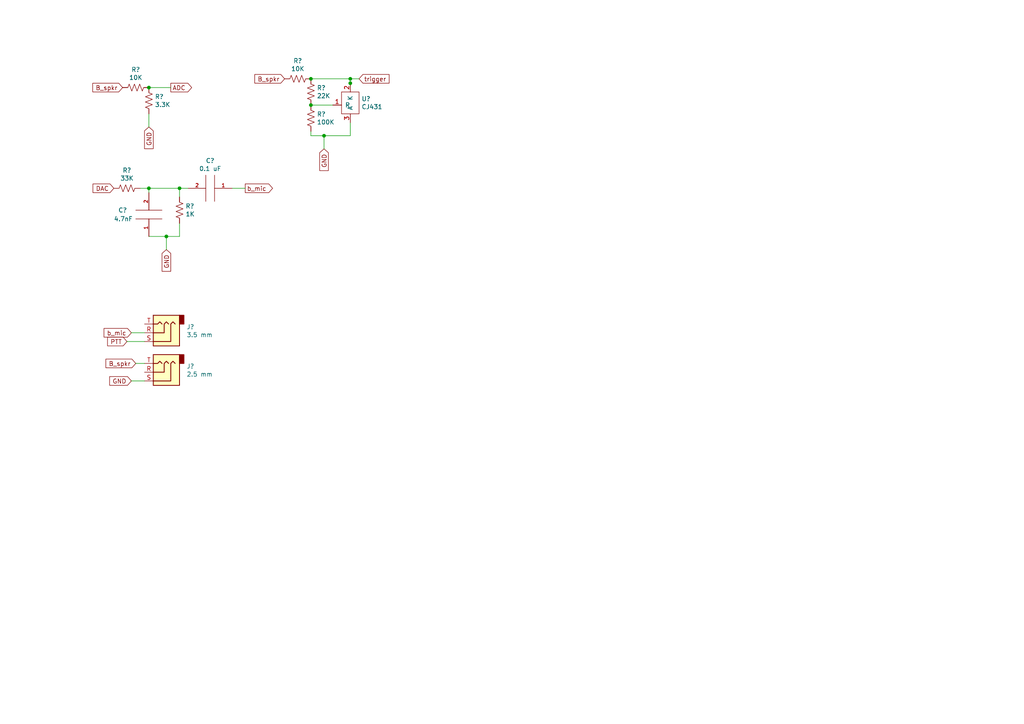
<source format=kicad_sch>
(kicad_sch (version 20211123) (generator eeschema)
  (paper "A4")
  (lib_symbols
    (symbol "Connector:AudioJack3"
      (property "Reference" "J" (at 0 8.89 0))
      (property "Value" "AudioJack3" (at 0 6.35 0))
      (symbol "AudioJack3_0_1"
        (rectangle (start -5.08 -5.08) (end -6.35 -2.54) (stroke (width 0.254)) (fill (type outline)))
        (polyline (pts (xy 0 -2.54) (xy 0.635 -3.175) (xy 1.27 -2.54) (xy 2.54 -2.54)) (stroke (width 0.254)))
        (polyline (pts (xy -1.905 -2.54) (xy -1.27 -3.175) (xy -0.635 -2.54) (xy -0.635 0) (xy 2.54 0)) (stroke (width 0.254)))
        (polyline (pts (xy 2.54 2.54) (xy -2.54 2.54) (xy -2.54 -2.54) (xy -3.175 -3.175) (xy -3.81 -2.54)) (stroke (width 0.254)))
        (rectangle (start 2.54 3.81) (end -5.08 -5.08) (stroke (width 0.254)) (fill (type background)))
      )
      (symbol "AudioJack3_1_1"
        (pin passive line (at 5.08 0 180) (length 2.54) (name "~") (number "R"))
        (pin passive line (at 5.08 2.54 180) (length 2.54) (name "~") (number "S"))
        (pin passive line (at 5.08 -2.54 180) (length 2.54) (name "~") (number "T"))
      )
    )
    (symbol "Device:R_US" (pin_numbers hide) (pin_names (offset 0))
      (property "Reference" "R" (at 2.54 0 90))
      (property "Value" "R_US" (at -2.54 0 90))
      (symbol "R_US_0_1"
        (polyline (pts (xy 0 -2.286) (xy 0 -2.54)))
        (polyline (pts (xy 0 2.286) (xy 0 2.54)))
        (polyline (pts (xy 0 -0.762) (xy 1.016 -1.143) (xy 0 -1.524) (xy -1.016 -1.905) (xy 0 -2.286)))
        (polyline (pts (xy 0 0.762) (xy 1.016 0.381) (xy 0 0) (xy -1.016 -0.381) (xy 0 -0.762)))
        (polyline (pts (xy 0 2.286) (xy 1.016 1.905) (xy 0 1.524) (xy -1.016 1.143) (xy 0 0.762)))
      )
      (symbol "R_US_1_1"
        (pin passive line (at 0 3.81 270) (length 1.27) (name "~") (number "1"))
        (pin passive line (at 0 -3.81 90) (length 1.27) (name "~") (number "2"))
      )
    )
    (symbol "Weather-rescue:CJ431" (pin_names (offset 1.016))
      (property "Reference" "U" (at 0 2.54 0))
      (property "Value" "CJ431" (at 0 0 0))
      (symbol "CJ431_0_1"
        (rectangle (start -8.89 3.81) (end -3.81 -2.54))
      )
      (symbol "CJ431_1_1"
        (pin bidirectional line (at -11.43 0 0) (length 2.54) (name "R") (number "1"))
        (pin bidirectional line (at -6.35 6.35 270) (length 2.54) (name "K") (number "2"))
        (pin bidirectional line (at -6.35 -5.08 90) (length 2.54) (name "A") (number "3"))
      )
    )
    (symbol "pspice:CAP" (pin_names (offset 0.254))
      (property "Reference" "C" (at 2.54 3.81 90))
      (property "Value" "CAP" (at 2.54 -3.81 90))
      (symbol "CAP_0_1"
        (polyline (pts (xy -3.81 -1.27) (xy 3.81 -1.27)))
        (polyline (pts (xy -3.81 1.27) (xy 3.81 1.27)))
      )
      (symbol "CAP_1_1"
        (pin passive line (at 0 6.35 270) (length 5.08) (name "~") (number "1"))
        (pin passive line (at 0 -6.35 90) (length 5.08) (name "~") (number "2"))
      )
    )
  )
  (junction (at 52.07 54.61))
  (junction (at 43.18 25.4))
  (junction (at 90.17 22.86))
  (junction (at 101.6 24.13))
  (junction (at 90.17 30.48))
  (junction (at 101.6 22.86))
  (junction (at 43.18 54.61))
  (junction (at 93.98 39.37))
  (junction (at 48.26 68.58))
  (wire (pts (xy 36.83 99.06) (xy 41.91 99.06)))
  (wire (pts (xy 96.52 30.48) (xy 90.17 30.48)))
  (wire (pts (xy 101.6 25.4) (xy 101.6 24.13)))
  (wire (pts (xy 40.64 54.61) (xy 43.18 54.61)))
  (wire (pts (xy 43.18 68.58) (xy 48.26 68.58)))
  (wire (pts (xy 90.17 39.37) (xy 93.98 39.37)))
  (wire (pts (xy 43.18 25.4) (xy 49.53 25.4)))
  (wire (pts (xy 39.37 105.41) (xy 41.91 105.41)))
  (wire (pts (xy 93.98 39.37) (xy 93.98 43.18)))
  (wire (pts (xy 43.18 54.61) (xy 43.18 55.88)))
  (wire (pts (xy 48.26 68.58) (xy 52.07 68.58)))
  (wire (pts (xy 90.17 22.86) (xy 101.6 22.86)))
  (wire (pts (xy 52.07 54.61) (xy 54.61 54.61)))
  (wire (pts (xy 101.6 22.86) (xy 104.14 22.86)))
  (wire (pts (xy 101.6 39.37) (xy 93.98 39.37)))
  (wire (pts (xy 101.6 35.56) (xy 101.6 39.37)))
  (wire (pts (xy 38.1 110.49) (xy 41.91 110.49)))
  (wire (pts (xy 71.12 54.61) (xy 67.31 54.61)))
  (wire (pts (xy 43.18 36.83) (xy 43.18 33.02)))
  (wire (pts (xy 101.6 24.13) (xy 101.6 22.86)))
  (wire (pts (xy 38.1 96.52) (xy 41.91 96.52)))
  (wire (pts (xy 43.18 54.61) (xy 52.07 54.61)))
  (wire (pts (xy 90.17 38.1) (xy 90.17 39.37)))
  (wire (pts (xy 52.07 68.58) (xy 52.07 64.77)))
  (wire (pts (xy 48.26 72.39) (xy 48.26 68.58)))
  (wire (pts (xy 52.07 54.61) (xy 52.07 57.15)))
  (global_label "B_spkr" (shape input) (at 82.55 22.86 180) (property "Intersheet References" "${INTERSHEET_REFS}" (effects hide)))
  (global_label "GND" (shape input) (at 48.26 72.39 270) (property "Intersheet References" "${INTERSHEET_REFS}" (effects hide)))
  (global_label "GND" (shape input) (at 93.98 43.18 270) (property "Intersheet References" "${INTERSHEET_REFS}" (effects hide)))
  (global_label "trigger" (shape input) (at 104.14 22.86 0) (property "Intersheet References" "${INTERSHEET_REFS}" (effects hide)))
  (global_label "PTT" (shape input) (at 36.83 99.06 180) (property "Intersheet References" "${INTERSHEET_REFS}" (effects hide)))
  (global_label "GND" (shape input) (at 43.18 36.83 270) (property "Intersheet References" "${INTERSHEET_REFS}" (effects hide)))
  (global_label "ADC" (shape output) (at 49.53 25.4 0) (property "Intersheet References" "${INTERSHEET_REFS}" (effects hide)))
  (global_label "B_spkr" (shape input) (at 35.56 25.4 180) (property "Intersheet References" "${INTERSHEET_REFS}" (effects hide)))
  (global_label "B_spkr" (shape input) (at 39.37 105.41 180) (property "Intersheet References" "${INTERSHEET_REFS}" (effects hide)))
  (global_label "GND" (shape input) (at 38.1 110.49 180) (property "Intersheet References" "${INTERSHEET_REFS}" (effects hide)))
  (global_label "b_mic" (shape input) (at 38.1 96.52 180) (property "Intersheet References" "${INTERSHEET_REFS}" (effects hide)))
  (global_label "DAC" (shape input) (at 33.02 54.61 180) (property "Intersheet References" "${INTERSHEET_REFS}" (effects hide)))
  (global_label "b_mic" (shape output) (at 71.12 54.61 0) (property "Intersheet References" "${INTERSHEET_REFS}" (effects hide)))
  (symbol (lib_id "Device:R_US") (at 86.36 22.86 270) (unit 1)
    (property "Reference" "R?" (at 86.36 17.653 90))
    (property "Value" "10K" (at 86.36 19.9644 90))
    (property "Footprint" "Resistor_SMD:R_1206_3216Metric_Pad1.30x1.75mm_HandSolder" (effects hide))
  )
  (symbol (lib_id "Device:R_US") (at 39.37 25.4 270) (unit 1)
    (property "Reference" "R?" (at 39.37 20.193 90))
    (property "Value" "10K" (at 39.37 22.5044 90))
    (property "Footprint" "Resistor_SMD:R_1206_3216Metric_Pad1.30x1.75mm_HandSolder" (effects hide))
  )
  (symbol (lib_id "Device:R_US") (at 90.17 34.29 180) (unit 1)
    (property "Reference" "R?" (at 91.8972 33.1216 0) (effects (justify right)))
    (property "Value" "100K" (at 91.8972 35.433 0) (effects (justify right)))
    (property "Footprint" "Resistor_SMD:R_1206_3216Metric_Pad1.30x1.75mm_HandSolder" (effects hide))
  )
  (symbol (lib_id "Weather-rescue:CJ431") (at 107.95 30.48 0) (unit 1)
    (property "Reference" "U?" (at 104.8512 28.6766 0) (effects (justify left)))
    (property "Value" "CJ431" (at 104.8512 30.988 0) (effects (justify left)))
    (property "Footprint" "Package_TO_SOT_SMD:SOT-89-3_Handsoldering" (effects hide))
  )
  (symbol (lib_id "Device:R_US") (at 90.17 26.67 180) (unit 1)
    (property "Reference" "R?" (at 91.8972 25.5016 0) (effects (justify right)))
    (property "Value" "22K" (at 91.8972 27.813 0) (effects (justify right)))
    (property "Footprint" "Resistor_SMD:R_1206_3216Metric_Pad1.30x1.75mm_HandSolder" (effects hide))
  )
  (symbol (lib_id "pspice:CAP") (at 60.96 54.61 270) (unit 1)
    (property "Reference" "C?" (at 60.96 46.609 90))
    (property "Value" "0.1 uF" (at 60.96 48.9204 90))
    (property "Footprint" "Capacitor_SMD:C_1206_3216Metric_Pad1.33x1.80mm_HandSolder" (effects hide))
  )
  (symbol (lib_id "Device:R_US") (at 52.07 60.96 180) (unit 1)
    (property "Reference" "R?" (at 53.7972 59.7916 0) (effects (justify right)))
    (property "Value" "1K" (at 53.7972 62.103 0) (effects (justify right)))
    (property "Footprint" "Resistor_SMD:R_1206_3216Metric_Pad1.30x1.75mm_HandSolder" (effects hide))
  )
  (symbol (lib_id "Device:R_US") (at 36.83 54.61 270) (unit 1)
    (property "Reference" "R?" (at 36.83 49.403 90))
    (property "Value" "33K" (at 36.83 51.7144 90))
    (property "Footprint" "Resistor_SMD:R_1206_3216Metric_Pad1.30x1.75mm_HandSolder" (effects hide))
  )
  (symbol (lib_id "Connector:AudioJack3") (at 46.99 96.52 180) (unit 1)
    (property "Reference" "J?" (at 54.102 94.8182 0) (effects (justify right)))
    (property "Value" "3.5 mm" (at 54.102 97.1296 0) (effects (justify right)))
    (property "Footprint" "darty_stuff:3.5mm_Stereo_Jack" (effects hide))
  )
  (symbol (lib_id "pspice:CAP") (at 43.18 62.23 180) (unit 1)
    (property "Reference" "C?" (at 34.29 60.96 0) (effects (justify right)))
    (property "Value" "4.7nF" (at 33.02 63.5 0) (effects (justify right)))
    (property "Footprint" "Capacitor_SMD:C_1206_3216Metric_Pad1.33x1.80mm_HandSolder" (effects hide))
  )
  (symbol (lib_id "Connector:AudioJack3") (at 46.99 107.95 180) (unit 1)
    (property "Reference" "J?" (at 54.102 106.2482 0) (effects (justify right)))
    (property "Value" "2.5 mm" (at 54.102 108.5596 0) (effects (justify right)))
    (property "Footprint" "darty_stuff:2.5mm_Stereo_Jack" (effects hide))
  )
  (symbol (lib_id "Device:R_US") (at 43.18 29.21 0) (unit 1)
    (property "Reference" "R?" (at 44.9072 28.0416 0) (effects (justify left)))
    (property "Value" "3.3K" (at 44.9072 30.353 0) (effects (justify left)))
    (property "Footprint" "Resistor_SMD:R_1206_3216Metric_Pad1.30x1.75mm_HandSolder" (effects hide))
  )
)
</source>
